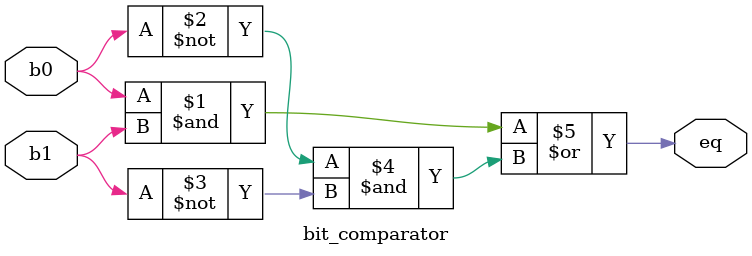
<source format=v>
module bit_comparator (
  input b0,
  input b1,
  output eq
);

  assign eq = (b0 & b1) | (~b0 & ~b1);
  
endmodule
</source>
